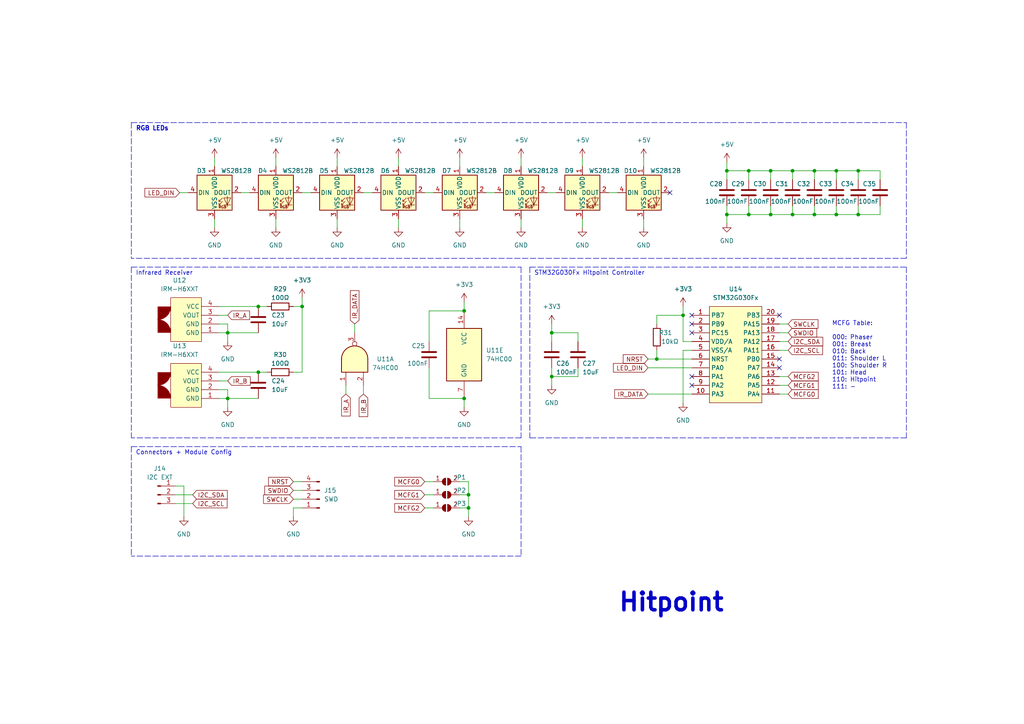
<source format=kicad_sch>
(kicad_sch (version 20211123) (generator eeschema)
  (paper "A4")
  (lib_symbols
    (symbol "74xx:74HC00" (pin_names (offset 1.016))
      (property "Reference" "U" (at 0 1.27 0))
      (property "Value" "74HC00" (at 0 -1.27 0))
      (symbol "74HC00_1_1"
        (arc (start 0 -3.81) (mid 3.81 0) (end 0 3.81) (stroke (width 0.254)) (fill (type background)))
        (polyline (pts (xy 0 3.81) (xy -3.81 3.81) (xy -3.81 -3.81) (xy 0 -3.81)) (stroke (width 0.254)) (fill (type background)))
        (pin input line (at -7.62 2.54 0) (length 3.81) (name "~") (number "1"))
        (pin input line (at -7.62 -2.54 0) (length 3.81) (name "~") (number "2"))
        (pin output inverted (at 7.62 0 180) (length 3.81) (name "~") (number "3"))
      )
      (symbol "74HC00_1_2"
        (arc (start -3.81 -3.81) (mid -2.589 0) (end -3.81 3.81) (stroke (width 0.254)))
        (arc (start -0.6096 -3.81) (mid 2.1842 -2.5851) (end 3.81 0) (stroke (width 0.254)) (fill (type background)))
        (polyline (pts (xy -3.81 -3.81) (xy -0.635 -3.81)) (stroke (width 0.254)) (fill (type background)))
        (polyline (pts (xy -3.81 3.81) (xy -0.635 3.81)) (stroke (width 0.254)) (fill (type background)))
        (polyline (pts (xy -0.635 3.81) (xy -3.81 3.81) (xy -3.81 3.81) (xy -3.556 3.4036) (xy -3.0226 2.2606) (xy -2.6924 1.0414) (xy -2.6162 -0.254) (xy -2.7686 -1.4986) (xy -3.175 -2.7178) (xy -3.81 -3.81) (xy -3.81 -3.81) (xy -0.635 -3.81)) (stroke (width -25.4)) (fill (type background)))
        (arc (start 3.81 0) (mid 2.1915 2.5936) (end -0.6096 3.81) (stroke (width 0.254)) (fill (type background)))
        (pin input inverted (at -7.62 2.54 0) (length 4.318) (name "~") (number "1"))
        (pin input inverted (at -7.62 -2.54 0) (length 4.318) (name "~") (number "2"))
        (pin output line (at 7.62 0 180) (length 3.81) (name "~") (number "3"))
      )
      (symbol "74HC00_2_1"
        (arc (start 0 -3.81) (mid 3.81 0) (end 0 3.81) (stroke (width 0.254)) (fill (type background)))
        (polyline (pts (xy 0 3.81) (xy -3.81 3.81) (xy -3.81 -3.81) (xy 0 -3.81)) (stroke (width 0.254)) (fill (type background)))
        (pin input line (at -7.62 2.54 0) (length 3.81) (name "~") (number "4"))
        (pin input line (at -7.62 -2.54 0) (length 3.81) (name "~") (number "5"))
        (pin output inverted (at 7.62 0 180) (length 3.81) (name "~") (number "6"))
      )
      (symbol "74HC00_2_2"
        (arc (start -3.81 -3.81) (mid -2.589 0) (end -3.81 3.81) (stroke (width 0.254)))
        (arc (start -0.6096 -3.81) (mid 2.1842 -2.5851) (end 3.81 0) (stroke (width 0.254)) (fill (type background)))
        (polyline (pts (xy -3.81 -3.81) (xy -0.635 -3.81)) (stroke (width 0.254)) (fill (type background)))
        (polyline (pts (xy -3.81 3.81) (xy -0.635 3.81)) (stroke (width 0.254)) (fill (type background)))
        (polyline (pts (xy -0.635 3.81) (xy -3.81 3.81) (xy -3.81 3.81) (xy -3.556 3.4036) (xy -3.0226 2.2606) (xy -2.6924 1.0414) (xy -2.6162 -0.254) (xy -2.7686 -1.4986) (xy -3.175 -2.7178) (xy -3.81 -3.81) (xy -3.81 -3.81) (xy -0.635 -3.81)) (stroke (width -25.4)) (fill (type background)))
        (arc (start 3.81 0) (mid 2.1915 2.5936) (end -0.6096 3.81) (stroke (width 0.254)) (fill (type background)))
        (pin input inverted (at -7.62 2.54 0) (length 4.318) (name "~") (number "4"))
        (pin input inverted (at -7.62 -2.54 0) (length 4.318) (name "~") (number "5"))
        (pin output line (at 7.62 0 180) (length 3.81) (name "~") (number "6"))
      )
      (symbol "74HC00_3_1"
        (arc (start 0 -3.81) (mid 3.81 0) (end 0 3.81) (stroke (width 0.254)) (fill (type background)))
        (polyline (pts (xy 0 3.81) (xy -3.81 3.81) (xy -3.81 -3.81) (xy 0 -3.81)) (stroke (width 0.254)) (fill (type background)))
        (pin input line (at -7.62 -2.54 0) (length 3.81) (name "~") (number "10"))
        (pin output inverted (at 7.62 0 180) (length 3.81) (name "~") (number "8"))
        (pin input line (at -7.62 2.54 0) (length 3.81) (name "~") (number "9"))
      )
      (symbol "74HC00_3_2"
        (arc (start -3.81 -3.81) (mid -2.589 0) (end -3.81 3.81) (stroke (width 0.254)))
        (arc (start -0.6096 -3.81) (mid 2.1842 -2.5851) (end 3.81 0) (stroke (width 0.254)) (fill (type background)))
        (polyline (pts (xy -3.81 -3.81) (xy -0.635 -3.81)) (stroke (width 0.254)) (fill (type background)))
        (polyline (pts (xy -3.81 3.81) (xy -0.635 3.81)) (stroke (width 0.254)) (fill (type background)))
        (polyline (pts (xy -0.635 3.81) (xy -3.81 3.81) (xy -3.81 3.81) (xy -3.556 3.4036) (xy -3.0226 2.2606) (xy -2.6924 1.0414) (xy -2.6162 -0.254) (xy -2.7686 -1.4986) (xy -3.175 -2.7178) (xy -3.81 -3.81) (xy -3.81 -3.81) (xy -0.635 -3.81)) (stroke (width -25.4)) (fill (type background)))
        (arc (start 3.81 0) (mid 2.1915 2.5936) (end -0.6096 3.81) (stroke (width 0.254)) (fill (type background)))
        (pin input inverted (at -7.62 -2.54 0) (length 4.318) (name "~") (number "10"))
        (pin output line (at 7.62 0 180) (length 3.81) (name "~") (number "8"))
        (pin input inverted (at -7.62 2.54 0) (length 4.318) (name "~") (number "9"))
      )
      (symbol "74HC00_4_1"
        (arc (start 0 -3.81) (mid 3.81 0) (end 0 3.81) (stroke (width 0.254)) (fill (type background)))
        (polyline (pts (xy 0 3.81) (xy -3.81 3.81) (xy -3.81 -3.81) (xy 0 -3.81)) (stroke (width 0.254)) (fill (type background)))
        (pin output inverted (at 7.62 0 180) (length 3.81) (name "~") (number "11"))
        (pin input line (at -7.62 2.54 0) (length 3.81) (name "~") (number "12"))
        (pin input line (at -7.62 -2.54 0) (length 3.81) (name "~") (number "13"))
      )
      (symbol "74HC00_4_2"
        (arc (start -3.81 -3.81) (mid -2.589 0) (end -3.81 3.81) (stroke (width 0.254)))
        (arc (start -0.6096 -3.81) (mid 2.1842 -2.5851) (end 3.81 0) (stroke (width 0.254)) (fill (type background)))
        (polyline (pts (xy -3.81 -3.81) (xy -0.635 -3.81)) (stroke (width 0.254)) (fill (type background)))
        (polyline (pts (xy -3.81 3.81) (xy -0.635 3.81)) (stroke (width 0.254)) (fill (type background)))
        (polyline (pts (xy -0.635 3.81) (xy -3.81 3.81) (xy -3.81 3.81) (xy -3.556 3.4036) (xy -3.0226 2.2606) (xy -2.6924 1.0414) (xy -2.6162 -0.254) (xy -2.7686 -1.4986) (xy -3.175 -2.7178) (xy -3.81 -3.81) (xy -3.81 -3.81) (xy -0.635 -3.81)) (stroke (width -25.4)) (fill (type background)))
        (arc (start 3.81 0) (mid 2.1915 2.5936) (end -0.6096 3.81) (stroke (width 0.254)) (fill (type background)))
        (pin output line (at 7.62 0 180) (length 3.81) (name "~") (number "11"))
        (pin input inverted (at -7.62 2.54 0) (length 4.318) (name "~") (number "12"))
        (pin input inverted (at -7.62 -2.54 0) (length 4.318) (name "~") (number "13"))
      )
      (symbol "74HC00_5_0"
        (pin power_in line (at 0 12.7 270) (length 5.08) (name "VCC") (number "14"))
        (pin power_in line (at 0 -12.7 90) (length 5.08) (name "GND") (number "7"))
      )
      (symbol "74HC00_5_1"
        (rectangle (start -5.08 7.62) (end 5.08 -7.62) (stroke (width 0.254)) (fill (type background)))
      )
    )
    (symbol "Connector:Conn_01x03_Male" (pin_names (offset 1.016) hide)
      (property "Reference" "J" (at 0 5.08 0))
      (property "Value" "Conn_01x03_Male" (at 0 -5.08 0))
      (symbol "Conn_01x03_Male_1_1"
        (polyline (pts (xy 1.27 -2.54) (xy 0.8636 -2.54)) (stroke (width 0.1524)))
        (polyline (pts (xy 1.27 0) (xy 0.8636 0)) (stroke (width 0.1524)))
        (polyline (pts (xy 1.27 2.54) (xy 0.8636 2.54)) (stroke (width 0.1524)))
        (rectangle (start 0.8636 -2.413) (end 0 -2.667) (stroke (width 0.1524)) (fill (type outline)))
        (rectangle (start 0.8636 0.127) (end 0 -0.127) (stroke (width 0.1524)) (fill (type outline)))
        (rectangle (start 0.8636 2.667) (end 0 2.413) (stroke (width 0.1524)) (fill (type outline)))
        (pin passive line (at 5.08 2.54 180) (length 3.81) (name "Pin_1") (number "1"))
        (pin passive line (at 5.08 0 180) (length 3.81) (name "Pin_2") (number "2"))
        (pin passive line (at 5.08 -2.54 180) (length 3.81) (name "Pin_3") (number "3"))
      )
    )
    (symbol "Connector:Conn_01x04_Male" (pin_names (offset 1.016) hide)
      (property "Reference" "J" (at 0 5.08 0))
      (property "Value" "Conn_01x04_Male" (at 0 -7.62 0))
      (symbol "Conn_01x04_Male_1_1"
        (polyline (pts (xy 1.27 -5.08) (xy 0.8636 -5.08)) (stroke (width 0.1524)))
        (polyline (pts (xy 1.27 -2.54) (xy 0.8636 -2.54)) (stroke (width 0.1524)))
        (polyline (pts (xy 1.27 0) (xy 0.8636 0)) (stroke (width 0.1524)))
        (polyline (pts (xy 1.27 2.54) (xy 0.8636 2.54)) (stroke (width 0.1524)))
        (rectangle (start 0.8636 -4.953) (end 0 -5.207) (stroke (width 0.1524)) (fill (type outline)))
        (rectangle (start 0.8636 -2.413) (end 0 -2.667) (stroke (width 0.1524)) (fill (type outline)))
        (rectangle (start 0.8636 0.127) (end 0 -0.127) (stroke (width 0.1524)) (fill (type outline)))
        (rectangle (start 0.8636 2.667) (end 0 2.413) (stroke (width 0.1524)) (fill (type outline)))
        (pin passive line (at 5.08 2.54 180) (length 3.81) (name "Pin_1") (number "1"))
        (pin passive line (at 5.08 0 180) (length 3.81) (name "Pin_2") (number "2"))
        (pin passive line (at 5.08 -2.54 180) (length 3.81) (name "Pin_3") (number "3"))
        (pin passive line (at 5.08 -5.08 180) (length 3.81) (name "Pin_4") (number "4"))
      )
    )
    (symbol "Device:C" (pin_numbers hide) (pin_names (offset 0.254))
      (property "Reference" "C" (at 0.635 2.54 0))
      (property "Value" "C" (at 0.635 -2.54 0))
      (symbol "C_0_1"
        (polyline (pts (xy -2.032 -0.762) (xy 2.032 -0.762)) (stroke (width 0.508)))
        (polyline (pts (xy -2.032 0.762) (xy 2.032 0.762)) (stroke (width 0.508)))
      )
      (symbol "C_1_1"
        (pin passive line (at 0 3.81 270) (length 2.794) (name "~") (number "1"))
        (pin passive line (at 0 -3.81 90) (length 2.794) (name "~") (number "2"))
      )
    )
    (symbol "Device:R" (pin_numbers hide) (pin_names (offset 0))
      (property "Reference" "R" (at 2.032 0 90))
      (property "Value" "R" (at 0 0 90))
      (symbol "R_0_1"
        (rectangle (start -1.016 -2.54) (end 1.016 2.54) (stroke (width 0.254)))
      )
      (symbol "R_1_1"
        (pin passive line (at 0 3.81 270) (length 1.27) (name "~") (number "1"))
        (pin passive line (at 0 -3.81 90) (length 1.27) (name "~") (number "2"))
      )
    )
    (symbol "Jumper:SolderJumper_2_Open" (pin_names (offset 0) hide)
      (property "Reference" "JP" (at 0 2.032 0))
      (property "Value" "SolderJumper_2_Open" (at 0 -2.54 0))
      (symbol "SolderJumper_2_Open_0_1"
        (arc (start -0.254 1.016) (mid -1.27 0) (end -0.254 -1.016))
        (arc (start -0.254 1.016) (mid -1.27 0) (end -0.254 -1.016) (fill (type outline)))
        (polyline (pts (xy -0.254 1.016) (xy -0.254 -1.016)))
        (polyline (pts (xy 0.254 1.016) (xy 0.254 -1.016)))
        (arc (start 0.254 -1.016) (mid 1.27 0) (end 0.254 1.016))
        (arc (start 0.254 -1.016) (mid 1.27 0) (end 0.254 1.016) (fill (type outline)))
      )
      (symbol "SolderJumper_2_Open_1_1"
        (pin passive line (at -3.81 0 0) (length 2.54) (name "A") (number "1"))
        (pin passive line (at 3.81 0 180) (length 2.54) (name "B") (number "2"))
      )
    )
    (symbol "LED:WS2812B" (pin_names (offset 0.254))
      (property "Reference" "D" (at 5.08 5.715 0))
      (property "Value" "WS2812B" (at 1.27 -5.715 0))
      (symbol "WS2812B_0_0"
        (text "RGB" (at 2.286 -4.191 0) (effects (font (size 0.762 0.762))))
      )
      (symbol "WS2812B_0_1"
        (polyline (pts (xy 1.27 -3.556) (xy 1.778 -3.556)))
        (polyline (pts (xy 1.27 -2.54) (xy 1.778 -2.54)))
        (polyline (pts (xy 4.699 -3.556) (xy 2.667 -3.556)))
        (polyline (pts (xy 2.286 -2.54) (xy 1.27 -3.556) (xy 1.27 -3.048)))
        (polyline (pts (xy 2.286 -1.524) (xy 1.27 -2.54) (xy 1.27 -2.032)))
        (polyline (pts (xy 3.683 -1.016) (xy 3.683 -3.556) (xy 3.683 -4.064)))
        (polyline (pts (xy 4.699 -1.524) (xy 2.667 -1.524) (xy 3.683 -3.556) (xy 4.699 -1.524)))
        (rectangle (start 5.08 5.08) (end -5.08 -5.08) (stroke (width 0.254)) (fill (type background)))
      )
      (symbol "WS2812B_1_1"
        (pin power_in line (at 0 7.62 270) (length 2.54) (name "VDD") (number "1"))
        (pin output line (at 7.62 0 180) (length 2.54) (name "DOUT") (number "2"))
        (pin power_in line (at 0 -7.62 90) (length 2.54) (name "VSS") (number "3"))
        (pin input line (at -7.62 0 0) (length 2.54) (name "DIN") (number "4"))
      )
    )
    (symbol "olib:IRM-H6XXT"
      (property "Reference" "U" (at -7.62 12.7 0))
      (property "Value" "IRM-H6XXT" (at 1.27 12.7 0))
      (symbol "IRM-H6XXT_0_0"
        (pin power_in line (at -5.08 5.08 0) (length 5.08) (name "GND") (number "1"))
        (pin power_in line (at -5.08 2.54 0) (length 5.08) (name "GND") (number "2"))
        (pin output line (at -5.08 0 0) (length 5.08) (name "VOUT") (number "3"))
        (pin power_in line (at -5.08 -2.54 0) (length 5.08) (name "VCC") (number "4"))
      )
      (symbol "IRM-H6XXT_0_1"
        (rectangle (start 0 7.62) (end 8.89 -5.08) (fill (type background)))
        (arc (start 8.89 5.08) (mid 6.1959 -1.4241) (end 12.7 1.27) (fill (type outline)))
        (arc (start 12.7 1.27) (mid 6.1959 3.9641) (end 8.89 -2.54) (fill (type outline)))
      )
    )
    (symbol "olib:STM32G030Fx"
      (property "Reference" "U" (at 0 19.05 0))
      (property "Value" "STM32G030Fx" (at 0 16.51 0))
      (symbol "STM32G030Fx_0_0"
        (pin bidirectional line (at -12.7 11.43 0) (length 5.08) (name "PB7") (number "1"))
        (pin bidirectional line (at -12.7 -11.43 0) (length 5.08) (name "PA3") (number "10"))
        (pin bidirectional line (at 12.7 -11.43 180) (length 5.08) (name "PA4") (number "11"))
        (pin bidirectional line (at 12.7 -8.89 180) (length 5.08) (name "PA5") (number "12"))
        (pin bidirectional line (at 12.7 -6.35 180) (length 5.08) (name "PA6") (number "13"))
        (pin bidirectional line (at 12.7 -3.81 180) (length 5.08) (name "PA7") (number "14"))
        (pin bidirectional line (at 12.7 -1.27 180) (length 5.08) (name "PB0") (number "15"))
        (pin bidirectional line (at 12.7 1.27 180) (length 5.08) (name "PA11") (number "16"))
        (pin bidirectional line (at 12.7 3.81 180) (length 5.08) (name "PA12") (number "17"))
        (pin bidirectional line (at 12.7 6.35 180) (length 5.08) (name "PA13") (number "18"))
        (pin bidirectional line (at 12.7 8.89 180) (length 5.08) (name "PA15") (number "19"))
        (pin bidirectional line (at -12.7 8.89 0) (length 5.08) (name "PB9") (number "2"))
        (pin bidirectional line (at 12.7 11.43 180) (length 5.08) (name "PB3") (number "20"))
        (pin bidirectional line (at -12.7 6.35 0) (length 5.08) (name "PC15") (number "3"))
        (pin power_in line (at -12.7 3.81 0) (length 5.08) (name "VDD/A") (number "4"))
        (pin power_in line (at -12.7 1.27 0) (length 5.08) (name "VSS/A") (number "5"))
        (pin input line (at -12.7 -1.27 0) (length 5.08) (name "NRST") (number "6"))
        (pin bidirectional line (at -12.7 -3.81 0) (length 5.08) (name "PA0") (number "7"))
        (pin bidirectional line (at -12.7 -6.35 0) (length 5.08) (name "PA1") (number "8"))
        (pin bidirectional line (at -12.7 -8.89 0) (length 5.08) (name "PA2") (number "9"))
      )
      (symbol "STM32G030Fx_0_1"
        (rectangle (start -7.62 13.97) (end 7.62 -13.97) (fill (type background)))
      )
    )
    (symbol "power:+3V3" (power) (pin_names (offset 0))
      (property "Value" "+3V3" (at 0 3.556 0))
      (symbol "+3V3_0_1"
        (polyline (pts (xy -0.762 1.27) (xy 0 2.54)))
        (polyline (pts (xy 0 0) (xy 0 2.54)))
        (polyline (pts (xy 0 2.54) (xy 0.762 1.27)))
      )
      (symbol "+3V3_1_1"
        (pin power_in line (at 0 0 90) (length 0) hide (name "+3V3") (number "1"))
      )
    )
    (symbol "power:+5V" (power) (pin_names (offset 0))
      (property "Value" "+5V" (at 0 3.556 0))
      (symbol "+5V_0_1"
        (polyline (pts (xy -0.762 1.27) (xy 0 2.54)))
        (polyline (pts (xy 0 0) (xy 0 2.54)))
        (polyline (pts (xy 0 2.54) (xy 0.762 1.27)))
      )
      (symbol "+5V_1_1"
        (pin power_in line (at 0 0 90) (length 0) hide (name "+5V") (number "1"))
      )
    )
    (symbol "power:GND" (power) (pin_names (offset 0))
      (property "Value" "GND" (at 0 -3.81 0))
      (symbol "GND_0_1"
        (polyline (pts (xy 0 0) (xy 0 -1.27) (xy 1.27 -1.27) (xy 0 -2.54) (xy -1.27 -1.27) (xy 0 -1.27)))
      )
      (symbol "GND_1_1"
        (pin power_in line (at 0 0 270) (length 0) hide (name "GND") (number "1"))
      )
    )
  )
  (junction (at 160.02 96.52))
  (junction (at 66.04 96.52))
  (junction (at 210.82 49.53))
  (junction (at 134.62 115.57))
  (junction (at 66.04 115.57))
  (junction (at 217.17 62.23))
  (junction (at 160.02 109.22))
  (junction (at 242.57 49.53))
  (junction (at 210.82 62.23))
  (junction (at 134.62 90.17))
  (junction (at 198.12 91.44))
  (junction (at 236.22 62.23))
  (junction (at 223.52 62.23))
  (junction (at 229.87 62.23))
  (junction (at 248.92 62.23))
  (junction (at 217.17 49.53))
  (junction (at 135.89 147.32))
  (junction (at 87.63 88.9))
  (junction (at 74.93 107.95))
  (junction (at 242.57 62.23))
  (junction (at 190.5 104.14))
  (junction (at 74.93 88.9))
  (junction (at 236.22 49.53))
  (junction (at 229.87 49.53))
  (junction (at 248.92 49.53))
  (junction (at 135.89 143.51))
  (junction (at 223.52 49.53))
  (no_connect (at 53.34 -7.62))
  (no_connect (at 2.54 -5.08))
  (no_connect (at 200.66 96.52))
  (no_connect (at 38.1 -5.08))
  (no_connect (at 2.54 -10.16))
  (no_connect (at 17.78 -7.62))
  (no_connect (at 20.32 -5.08))
  (no_connect (at 194.31 55.88))
  (no_connect (at 226.06 91.44))
  (no_connect (at 226.06 106.68))
  (no_connect (at 35.56 -7.62))
  (no_connect (at 200.66 111.76))
  (no_connect (at 200.66 91.44))
  (no_connect (at 200.66 93.98))
  (no_connect (at 200.66 109.22))
  (no_connect (at 226.06 104.14))
  (no_connect (at 38.1 -10.16))
  (no_connect (at 20.32 -10.16))
  (wire (pts (xy 133.35 45.72) (xy 133.35 48.26)))
  (polyline (pts (xy 262.89 74.93) (xy 38.1 74.93)))
  (wire (pts (xy 160.02 96.52) (xy 167.64 96.52)))
  (wire (pts (xy 187.96 104.14) (xy 190.5 104.14)))
  (wire (pts (xy 50.8 143.51) (xy 55.88 143.51)))
  (wire (pts (xy 248.92 59.69) (xy 248.92 62.23)))
  (polyline (pts (xy 262.89 35.56) (xy 262.89 74.93)))
  (wire (pts (xy 151.13 63.5) (xy 151.13 66.04)))
  (wire (pts (xy 123.19 143.51) (xy 125.73 143.51)))
  (wire (pts (xy 210.82 62.23) (xy 210.82 64.77)))
  (wire (pts (xy 52.07 55.88) (xy 54.61 55.88)))
  (wire (pts (xy 63.5 115.57) (xy 66.04 115.57)))
  (wire (pts (xy 87.63 88.9) (xy 87.63 107.95)))
  (wire (pts (xy 66.04 96.52) (xy 66.04 99.06)))
  (wire (pts (xy 124.46 90.17) (xy 134.62 90.17)))
  (wire (pts (xy 210.82 52.07) (xy 210.82 49.53)))
  (wire (pts (xy 176.53 55.88) (xy 179.07 55.88)))
  (polyline (pts (xy 38.1 77.47) (xy 38.1 127)))
  (wire (pts (xy 87.63 55.88) (xy 90.17 55.88)))
  (wire (pts (xy 198.12 101.6) (xy 200.66 101.6)))
  (wire (pts (xy 66.04 115.57) (xy 74.93 115.57)))
  (wire (pts (xy 69.85 55.88) (xy 72.39 55.88)))
  (wire (pts (xy 134.62 87.63) (xy 134.62 90.17)))
  (wire (pts (xy 223.52 49.53) (xy 223.52 52.07)))
  (wire (pts (xy 85.09 147.32) (xy 87.63 147.32)))
  (wire (pts (xy 85.09 149.86) (xy 85.09 147.32)))
  (wire (pts (xy 186.69 45.72) (xy 186.69 48.26)))
  (wire (pts (xy 62.23 63.5) (xy 62.23 66.04)))
  (wire (pts (xy 242.57 59.69) (xy 242.57 62.23)))
  (wire (pts (xy 66.04 113.03) (xy 66.04 115.57)))
  (wire (pts (xy 133.35 63.5) (xy 133.35 66.04)))
  (wire (pts (xy 167.64 96.52) (xy 167.64 99.06)))
  (wire (pts (xy 63.5 107.95) (xy 74.93 107.95)))
  (wire (pts (xy 115.57 63.5) (xy 115.57 66.04)))
  (wire (pts (xy 200.66 104.14) (xy 190.5 104.14)))
  (wire (pts (xy 217.17 62.23) (xy 223.52 62.23)))
  (wire (pts (xy 226.06 109.22) (xy 228.6 109.22)))
  (wire (pts (xy 123.19 55.88) (xy 125.73 55.88)))
  (wire (pts (xy 226.06 96.52) (xy 228.6 96.52)))
  (wire (pts (xy 63.5 96.52) (xy 66.04 96.52)))
  (wire (pts (xy 242.57 62.23) (xy 248.92 62.23)))
  (wire (pts (xy 255.27 62.23) (xy 255.27 59.69)))
  (wire (pts (xy 66.04 115.57) (xy 66.04 118.11)))
  (wire (pts (xy 210.82 62.23) (xy 217.17 62.23)))
  (wire (pts (xy 210.82 59.69) (xy 210.82 62.23)))
  (wire (pts (xy 198.12 116.84) (xy 198.12 101.6)))
  (wire (pts (xy 133.35 143.51) (xy 135.89 143.51)))
  (wire (pts (xy 124.46 99.06) (xy 124.46 90.17)))
  (wire (pts (xy 53.34 140.97) (xy 50.8 140.97)))
  (wire (pts (xy 160.02 109.22) (xy 167.64 109.22)))
  (wire (pts (xy 85.09 139.7) (xy 87.63 139.7)))
  (polyline (pts (xy 151.13 129.54) (xy 151.13 161.29)))
  (wire (pts (xy 187.96 114.3) (xy 200.66 114.3)))
  (polyline (pts (xy 151.13 77.47) (xy 151.13 127)))
  (wire (pts (xy 229.87 59.69) (xy 229.87 62.23)))
  (wire (pts (xy 63.5 93.98) (xy 66.04 93.98)))
  (wire (pts (xy 50.8 146.05) (xy 55.88 146.05)))
  (wire (pts (xy 160.02 109.22) (xy 160.02 111.76)))
  (wire (pts (xy 135.89 143.51) (xy 135.89 147.32)))
  (polyline (pts (xy 151.13 161.29) (xy 38.1 161.29)))
  (wire (pts (xy 236.22 49.53) (xy 242.57 49.53)))
  (polyline (pts (xy 153.67 77.47) (xy 262.89 77.47)))
  (wire (pts (xy 226.06 111.76) (xy 228.6 111.76)))
  (wire (pts (xy 242.57 49.53) (xy 248.92 49.53)))
  (wire (pts (xy 229.87 49.53) (xy 236.22 49.53)))
  (wire (pts (xy 223.52 59.69) (xy 223.52 62.23)))
  (wire (pts (xy 124.46 106.68) (xy 124.46 115.57)))
  (wire (pts (xy 255.27 49.53) (xy 255.27 52.07)))
  (polyline (pts (xy 153.67 77.47) (xy 153.67 127)))
  (wire (pts (xy 102.87 96.52) (xy 102.87 93.98)))
  (polyline (pts (xy 151.13 127) (xy 38.1 127)))
  (wire (pts (xy 167.64 109.22) (xy 167.64 106.68)))
  (wire (pts (xy 242.57 49.53) (xy 242.57 52.07)))
  (wire (pts (xy 105.41 114.3) (xy 105.41 111.76)))
  (polyline (pts (xy 38.1 77.47) (xy 151.13 77.47)))
  (wire (pts (xy 74.93 107.95) (xy 77.47 107.95)))
  (wire (pts (xy 123.19 139.7) (xy 125.73 139.7)))
  (wire (pts (xy 236.22 62.23) (xy 242.57 62.23)))
  (polyline (pts (xy 262.89 77.47) (xy 262.89 127)))
  (wire (pts (xy 190.5 91.44) (xy 198.12 91.44)))
  (wire (pts (xy 100.33 114.3) (xy 100.33 111.76)))
  (wire (pts (xy 85.09 88.9) (xy 87.63 88.9)))
  (wire (pts (xy 160.02 93.98) (xy 160.02 96.52)))
  (wire (pts (xy 226.06 114.3) (xy 228.6 114.3)))
  (wire (pts (xy 226.06 101.6) (xy 228.6 101.6)))
  (wire (pts (xy 168.91 45.72) (xy 168.91 48.26)))
  (wire (pts (xy 133.35 139.7) (xy 135.89 139.7)))
  (wire (pts (xy 158.75 55.88) (xy 161.29 55.88)))
  (wire (pts (xy 135.89 147.32) (xy 135.89 149.86)))
  (wire (pts (xy 115.57 45.72) (xy 115.57 48.26)))
  (polyline (pts (xy 38.1 35.56) (xy 38.1 74.93)))
  (wire (pts (xy 223.52 62.23) (xy 229.87 62.23)))
  (wire (pts (xy 210.82 49.53) (xy 217.17 49.53)))
  (wire (pts (xy 190.5 93.98) (xy 190.5 91.44)))
  (wire (pts (xy 160.02 106.68) (xy 160.02 109.22)))
  (polyline (pts (xy 38.1 129.54) (xy 151.13 129.54)))
  (wire (pts (xy 217.17 59.69) (xy 217.17 62.23)))
  (wire (pts (xy 168.91 63.5) (xy 168.91 66.04)))
  (wire (pts (xy 135.89 147.32) (xy 133.35 147.32)))
  (wire (pts (xy 63.5 113.03) (xy 66.04 113.03)))
  (wire (pts (xy 186.69 63.5) (xy 186.69 66.04)))
  (wire (pts (xy 66.04 96.52) (xy 74.93 96.52)))
  (wire (pts (xy 217.17 49.53) (xy 217.17 52.07)))
  (wire (pts (xy 53.34 149.86) (xy 53.34 140.97)))
  (wire (pts (xy 140.97 55.88) (xy 143.51 55.88)))
  (wire (pts (xy 217.17 49.53) (xy 223.52 49.53)))
  (wire (pts (xy 190.5 104.14) (xy 190.5 101.6)))
  (wire (pts (xy 248.92 49.53) (xy 255.27 49.53)))
  (wire (pts (xy 63.5 91.44) (xy 66.04 91.44)))
  (wire (pts (xy 198.12 88.9) (xy 198.12 91.44)))
  (polyline (pts (xy 38.1 35.56) (xy 262.89 35.56)))
  (polyline (pts (xy 38.1 129.54) (xy 38.1 161.29)))
  (wire (pts (xy 85.09 107.95) (xy 87.63 107.95)))
  (wire (pts (xy 210.82 46.99) (xy 210.82 49.53)))
  (wire (pts (xy 151.13 45.72) (xy 151.13 48.26)))
  (wire (pts (xy 87.63 86.36) (xy 87.63 88.9)))
  (wire (pts (xy 74.93 88.9) (xy 77.47 88.9)))
  (wire (pts (xy 134.62 115.57) (xy 134.62 118.11)))
  (wire (pts (xy 223.52 49.53) (xy 229.87 49.53)))
  (wire (pts (xy 66.04 93.98) (xy 66.04 96.52)))
  (wire (pts (xy 85.09 142.24) (xy 87.63 142.24)))
  (wire (pts (xy 63.5 110.49) (xy 66.04 110.49)))
  (wire (pts (xy 226.06 93.98) (xy 228.6 93.98)))
  (wire (pts (xy 226.06 99.06) (xy 228.6 99.06)))
  (wire (pts (xy 80.01 63.5) (xy 80.01 66.04)))
  (wire (pts (xy 248.92 49.53) (xy 248.92 52.07)))
  (wire (pts (xy 198.12 99.06) (xy 200.66 99.06)))
  (wire (pts (xy 187.96 106.68) (xy 200.66 106.68)))
  (wire (pts (xy 62.23 45.72) (xy 62.23 48.26)))
  (wire (pts (xy 248.92 62.23) (xy 255.27 62.23)))
  (wire (pts (xy 123.19 147.32) (xy 125.73 147.32)))
  (wire (pts (xy 229.87 49.53) (xy 229.87 52.07)))
  (wire (pts (xy 97.79 63.5) (xy 97.79 66.04)))
  (wire (pts (xy 160.02 96.52) (xy 160.02 99.06)))
  (wire (pts (xy 97.79 45.72) (xy 97.79 48.26)))
  (wire (pts (xy 229.87 62.23) (xy 236.22 62.23)))
  (wire (pts (xy 135.89 139.7) (xy 135.89 143.51)))
  (wire (pts (xy 236.22 49.53) (xy 236.22 52.07)))
  (wire (pts (xy 85.09 144.78) (xy 87.63 144.78)))
  (wire (pts (xy 198.12 91.44) (xy 198.12 99.06)))
  (wire (pts (xy 105.41 55.88) (xy 107.95 55.88)))
  (polyline (pts (xy 262.89 127) (xy 153.67 127)))
  (wire (pts (xy 124.46 115.57) (xy 134.62 115.57)))
  (wire (pts (xy 236.22 59.69) (xy 236.22 62.23)))
  (wire (pts (xy 63.5 88.9) (xy 74.93 88.9)))
  (wire (pts (xy 80.01 45.72) (xy 80.01 48.26)))
  (text "Hitpoint	" (at 179.07 177.8 0) (effects (font (size 5.12 5.12) (thickness 1.024) bold) (justify left bottom)))
  (text "RGB LEDs" (at 39.37 38.1 0) (effects (font (size 1.27 1.27) bold) (justify left bottom)))
  (text "Infrared Receiver" (at 39.37 80.01 0) (effects (font (size 1.27 1.27)) (justify left bottom)))
  (text "MCFG Table:\n\n000: Phaser\n001: Breast\n010: Back\n011: Shoulder L\n100: Shoulder R\n101: Head\n110: Hitpoint\n111: -" (at 241.3 113.03 0) (effects (font (size 1.27 1.27)) (justify left bottom)))
  (text "STM32G030Fx Hitpoint Controller" (at 154.94 80.01 0) (effects (font (size 1.27 1.27)) (justify left bottom)))
  (text "Connectors + Module Config" (at 39.37 132.08 0) (effects (font (size 1.27 1.27)) (justify left bottom)))
  (global_label "NRST" (shape input) (at 85.09 139.7 180) (property "Intersheet References" "${INTERSHEET_REFS}" (effects hide)))
  (global_label "I2C_SCL" (shape input) (at 228.6 101.6 0) (property "Intersheet References" "${INTERSHEET_REFS}" (effects hide)))
  (global_label "MCFG2" (shape input) (at 123.19 147.32 180) (property "Intersheet References" "${INTERSHEET_REFS}" (effects hide)))
  (global_label "I2C_SDA" (shape input) (at 55.88 143.51 0) (property "Intersheet References" "${INTERSHEET_REFS}" (effects hide)))
  (global_label "MCFG1" (shape input) (at 123.19 143.51 180) (property "Intersheet References" "${INTERSHEET_REFS}" (effects hide)))
  (global_label "IR_B" (shape input) (at 66.04 110.49 0) (property "Intersheet References" "${INTERSHEET_REFS}" (effects hide)))
  (global_label "LED_DIN" (shape input) (at 52.07 55.88 180) (property "Intersheet References" "${INTERSHEET_REFS}" (effects hide)))
  (global_label "MCFG2" (shape input) (at 228.6 109.22 0) (property "Intersheet References" "${INTERSHEET_REFS}" (effects hide)))
  (global_label "MCFG1" (shape input) (at 228.6 111.76 0) (property "Intersheet References" "${INTERSHEET_REFS}" (effects hide)))
  (global_label "MCFG0" (shape input) (at 228.6 114.3 0) (property "Intersheet References" "${INTERSHEET_REFS}" (effects hide)))
  (global_label "SWCLK" (shape input) (at 85.09 144.78 180) (property "Intersheet References" "${INTERSHEET_REFS}" (effects hide)))
  (global_label "IR_DATA" (shape input) (at 187.96 114.3 180) (property "Intersheet References" "${INTERSHEET_REFS}" (effects hide)))
  (global_label "IR_A" (shape input) (at 66.04 91.44 0) (property "Intersheet References" "${INTERSHEET_REFS}" (effects hide)))
  (global_label "NRST" (shape input) (at 187.96 104.14 180) (property "Intersheet References" "${INTERSHEET_REFS}" (effects hide)))
  (global_label "IR_B" (shape input) (at 105.41 114.3 270) (property "Intersheet References" "${INTERSHEET_REFS}" (effects hide)))
  (global_label "I2C_SDA" (shape input) (at 228.6 99.06 0) (property "Intersheet References" "${INTERSHEET_REFS}" (effects hide)))
  (global_label "SWCLK" (shape input) (at 228.6 93.98 0) (property "Intersheet References" "${INTERSHEET_REFS}" (effects hide)))
  (global_label "LED_DIN" (shape input) (at 187.96 106.68 180) (property "Intersheet References" "${INTERSHEET_REFS}" (effects hide)))
  (global_label "IR_A" (shape input) (at 100.33 114.3 270) (property "Intersheet References" "${INTERSHEET_REFS}" (effects hide)))
  (global_label "I2C_SCL" (shape input) (at 55.88 146.05 0) (property "Intersheet References" "${INTERSHEET_REFS}" (effects hide)))
  (global_label "MCFG0" (shape input) (at 123.19 139.7 180) (property "Intersheet References" "${INTERSHEET_REFS}" (effects hide)))
  (global_label "SWDIO" (shape input) (at 85.09 142.24 180) (property "Intersheet References" "${INTERSHEET_REFS}" (effects hide)))
  (global_label "SWDIO" (shape input) (at 228.6 96.52 0) (property "Intersheet References" "${INTERSHEET_REFS}" (effects hide)))
  (global_label "IR_DATA" (shape input) (at 102.87 93.98 90) (property "Intersheet References" "${INTERSHEET_REFS}" (effects hide)))
  (symbol (lib_id "power:GND") (at 53.34 149.86 0) (unit 1)
    (property "Reference" "#PWR042" (effects hide))
    (property "Value" "GND" (at 53.34 154.94 0))
  )
  (symbol (lib_id "Device:C") (at 74.93 92.71 180) (unit 1)
    (property "Reference" "C23" (at 78.74 91.4399 0) (effects (justify right)))
    (property "Value" "10uF" (at 78.74 93.9799 0) (effects (justify right)))
    (property "Footprint" "Capacitor_SMD:C_0805_2012Metric" (effects hide))
  )
  (symbol (lib_id "LED:WS2812B") (at 80.01 55.88 0) (unit 1)
    (property "Reference" "D4" (at 76.2 49.53 0))
    (property "Value" "WS2812B" (at 86.36 49.53 0))
    (property "Footprint" "LED_SMD:LED_WS2812B_PLCC4_5.0x5.0mm_P3.2mm" (effects hide))
    (property "Datasheet" "https://cdn-shop.adafruit.com/datasheets/WS2812B.pdf" (effects hide))
  )
  (symbol (lib_id "Device:C") (at 236.22 55.88 0) (unit 1)
    (property "Reference" "C32" (at 231.14 53.34 0) (effects (justify left)))
    (property "Value" "100nF" (at 229.87 58.42 0) (effects (justify left)))
    (property "Footprint" "Capacitor_SMD:C_0603_1608Metric" (effects hide))
  )
  (symbol (lib_id "power:GND") (at 168.91 66.04 0) (unit 1)
    (property "Reference" "#PWR065" (effects hide))
    (property "Value" "GND" (at 168.91 71.12 0))
  )
  (symbol (lib_id "olib:STM32G030Fx") (at 213.36 102.87 0) (unit 1)
    (property "Reference" "U14" (at 213.36 83.82 0))
    (property "Value" "STM32G030Fx" (at 213.36 86.36 0))
    (property "Footprint" "Package_SO:TSSOP-20_4.4x6.5mm_P0.65mm" (effects hide))
  )
  (symbol (lib_id "Jumper:SolderJumper_2_Open") (at 129.54 147.32 0) (unit 1)
    (property "Reference" "JP3" (at 133.35 146.05 0))
    (property "Value" "SolderJumper_2_Open" (effects hide))
    (property "Footprint" "Jumper:SolderJumper-2_P1.3mm_Open_TrianglePad1.0x1.5mm" (effects hide))
  )
  (symbol (lib_id "power:GND") (at 210.82 64.77 0) (unit 1)
    (property "Reference" "#PWR071" (effects hide))
    (property "Value" "GND" (at 210.82 69.85 0))
  )
  (symbol (lib_id "Device:C") (at 217.17 55.88 0) (unit 1)
    (property "Reference" "C29" (at 212.09 53.34 0) (effects (justify left)))
    (property "Value" "100nF" (at 210.82 58.42 0) (effects (justify left)))
    (property "Footprint" "Capacitor_SMD:C_0603_1608Metric" (effects hide))
  )
  (symbol (lib_id "74xx:74HC00") (at 134.62 102.87 0) (unit 5)
    (property "Reference" "U11" (at 140.97 101.5999 0) (effects (justify left)))
    (property "Value" "74HC00" (at 140.97 104.1399 0) (effects (justify left)))
    (property "Footprint" "Package_SO:SO-14_3.9x8.65mm_P1.27mm" (effects hide))
    (property "Datasheet" "http://www.ti.com/lit/gpn/sn74hc00" (effects hide))
  )
  (symbol (lib_id "Jumper:SolderJumper_2_Open") (at 129.54 143.51 0) (unit 1)
    (property "Reference" "JP2" (at 133.35 142.24 0))
    (property "Value" "SolderJumper_2_Open" (effects hide))
    (property "Footprint" "Jumper:SolderJumper-2_P1.3mm_Open_TrianglePad1.0x1.5mm" (effects hide))
  )
  (symbol (lib_id "74xx:74HC00") (at 27.94 -7.62 0) (unit 4)
    (property "Reference" "U11" (at 27.94 -16.51 0))
    (property "Value" "74HC00" (at 27.94 -13.97 0))
    (property "Footprint" "Package_SO:SO-14_3.9x8.65mm_P1.27mm" (effects hide))
    (property "Datasheet" "http://www.ti.com/lit/gpn/sn74hc00" (effects hide))
  )
  (symbol (lib_id "power:GND") (at 97.79 66.04 0) (unit 1)
    (property "Reference" "#PWR052" (effects hide))
    (property "Value" "GND" (at 97.79 71.12 0))
  )
  (symbol (lib_id "power:+3V3") (at 134.62 87.63 0) (unit 1)
    (property "Reference" "#PWR057" (effects hide))
    (property "Value" "+3V3" (at 134.62 82.55 0))
  )
  (symbol (lib_id "74xx:74HC00") (at 10.16 -7.62 0) (unit 2)
    (property "Reference" "U11" (at 10.16 -16.51 0))
    (property "Value" "74HC00" (at 10.16 -13.97 0))
    (property "Footprint" "Package_SO:SO-14_3.9x8.65mm_P1.27mm" (effects hide))
    (property "Datasheet" "http://www.ti.com/lit/gpn/sn74hc00" (effects hide))
  )
  (symbol (lib_id "power:+5V") (at 80.01 45.72 0) (unit 1)
    (property "Reference" "#PWR047" (effects hide))
    (property "Value" "+5V" (at 80.01 40.64 0))
  )
  (symbol (lib_id "power:+5V") (at 115.57 45.72 0) (unit 1)
    (property "Reference" "#PWR053" (effects hide))
    (property "Value" "+5V" (at 115.57 40.64 0))
  )
  (symbol (lib_id "power:GND") (at 160.02 111.76 0) (unit 1)
    (property "Reference" "#PWR063" (effects hide))
    (property "Value" "GND" (at 160.02 116.84 0))
  )
  (symbol (lib_id "power:+5V") (at 151.13 45.72 0) (unit 1)
    (property "Reference" "#PWR060" (effects hide))
    (property "Value" "+5V" (at 151.13 40.64 0))
  )
  (symbol (lib_id "Connector:Conn_01x04_Male") (at 92.71 144.78 180) (unit 1)
    (property "Reference" "J15" (at 93.98 142.2399 0) (effects (justify right)))
    (property "Value" "SWD" (at 93.98 144.7799 0) (effects (justify right)))
    (property "Footprint" "Connector_PinSocket_2.54mm:PinSocket_1x04_P2.54mm_Vertical" (effects hide))
  )
  (symbol (lib_id "Device:C") (at 160.02 102.87 0) (unit 1)
    (property "Reference" "C26" (at 161.29 105.41 0) (effects (justify left)))
    (property "Value" "100nF" (at 161.29 107.95 0) (effects (justify left)))
    (property "Footprint" "Capacitor_SMD:C_0603_1608Metric" (effects hide))
  )
  (symbol (lib_id "power:+5V") (at 168.91 45.72 0) (unit 1)
    (property "Reference" "#PWR064" (effects hide))
    (property "Value" "+5V" (at 168.91 40.64 0))
  )
  (symbol (lib_id "power:GND") (at 62.23 66.04 0) (unit 1)
    (property "Reference" "#PWR044" (effects hide))
    (property "Value" "GND" (at 62.23 71.12 0))
  )
  (symbol (lib_id "Device:C") (at 167.64 102.87 0) (unit 1)
    (property "Reference" "C27" (at 168.91 105.41 0) (effects (justify left)))
    (property "Value" "10uF" (at 168.91 107.95 0) (effects (justify left)))
    (property "Footprint" "Capacitor_SMD:C_0805_2012Metric" (effects hide))
  )
  (symbol (lib_id "power:GND") (at 135.89 149.86 0) (unit 1)
    (property "Reference" "#PWR059" (effects hide))
    (property "Value" "GND" (at 135.89 154.94 0))
  )
  (symbol (lib_id "LED:WS2812B") (at 97.79 55.88 0) (unit 1)
    (property "Reference" "D5" (at 93.98 49.53 0))
    (property "Value" "WS2812B" (at 104.14 49.53 0))
    (property "Footprint" "LED_SMD:LED_WS2812B_PLCC4_5.0x5.0mm_P3.2mm" (effects hide))
    (property "Datasheet" "https://cdn-shop.adafruit.com/datasheets/WS2812B.pdf" (effects hide))
  )
  (symbol (lib_id "olib:IRM-H6XXT") (at 58.42 110.49 180) (unit 1)
    (property "Reference" "U13" (at 52.07 100.33 0))
    (property "Value" "IRM-H6XXT" (at 52.07 102.87 0))
    (property "Footprint" "olelib:IRM-H6XXT" (effects hide))
  )
  (symbol (lib_id "power:+5V") (at 133.35 45.72 0) (unit 1)
    (property "Reference" "#PWR055" (effects hide))
    (property "Value" "+5V" (at 133.35 40.64 0))
  )
  (symbol (lib_id "power:+3V3") (at 160.02 93.98 0) (unit 1)
    (property "Reference" "#PWR062" (effects hide))
    (property "Value" "+3V3" (at 160.02 88.9 0))
  )
  (symbol (lib_id "power:+5V") (at 186.69 45.72 0) (unit 1)
    (property "Reference" "#PWR066" (effects hide))
    (property "Value" "+5V" (at 186.69 40.64 0))
  )
  (symbol (lib_id "power:GND") (at 198.12 116.84 0) (unit 1)
    (property "Reference" "#PWR069" (effects hide))
    (property "Value" "GND" (at 198.12 121.92 0))
  )
  (symbol (lib_id "power:GND") (at 115.57 66.04 0) (unit 1)
    (property "Reference" "#PWR054" (effects hide))
    (property "Value" "GND" (at 115.57 71.12 0))
  )
  (symbol (lib_id "Device:R") (at 81.28 107.95 90) (unit 1)
    (property "Reference" "R30" (at 81.28 102.87 90))
    (property "Value" "100Ω" (at 81.28 105.41 90))
    (property "Footprint" "Resistor_SMD:R_0603_1608Metric" (effects hide))
  )
  (symbol (lib_id "Connector:Conn_01x03_Male") (at 45.72 143.51 0) (unit 1)
    (property "Reference" "J14" (at 46.355 135.89 0))
    (property "Value" "I2C EXT" (at 46.355 138.43 0))
    (property "Footprint" "Connector_PinSocket_2.54mm:PinSocket_1x03_P2.54mm_Vertical" (effects hide))
    (property "DESCRIPTION" " " (effects hide))
  )
  (symbol (lib_id "power:+5V") (at 62.23 45.72 0) (unit 1)
    (property "Reference" "#PWR043" (effects hide))
    (property "Value" "+5V" (at 62.23 40.64 0))
  )
  (symbol (lib_id "Device:R") (at 81.28 88.9 90) (unit 1)
    (property "Reference" "R29" (at 81.28 83.82 90))
    (property "Value" "100Ω" (at 81.28 86.36 90))
    (property "Footprint" "Resistor_SMD:R_0603_1608Metric" (effects hide))
  )
  (symbol (lib_id "74xx:74HC00") (at 102.87 104.14 90) (unit 1)
    (property "Reference" "U11" (at 111.76 104.14 90))
    (property "Value" "74HC00" (at 111.76 106.68 90))
    (property "Footprint" "Package_SO:SO-14_3.9x8.65mm_P1.27mm" (effects hide))
    (property "Datasheet" "http://www.ti.com/lit/gpn/sn74hc00" (effects hide))
  )
  (symbol (lib_id "74xx:74HC00") (at 45.72 -7.62 0) (unit 3)
    (property "Reference" "U11" (at 45.72 -16.51 0))
    (property "Value" "74HC00" (at 45.72 -13.97 0))
    (property "Footprint" "Package_SO:SO-14_3.9x8.65mm_P1.27mm" (effects hide))
    (property "Datasheet" "http://www.ti.com/lit/gpn/sn74hc00" (effects hide))
  )
  (symbol (lib_id "LED:WS2812B") (at 186.69 55.88 0) (unit 1)
    (property "Reference" "D10" (at 182.88 49.53 0))
    (property "Value" "WS2812B" (at 193.04 49.53 0))
    (property "Footprint" "LED_SMD:LED_WS2812B_PLCC4_5.0x5.0mm_P3.2mm" (effects hide))
    (property "Datasheet" "https://cdn-shop.adafruit.com/datasheets/WS2812B.pdf" (effects hide))
  )
  (symbol (lib_id "Device:C") (at 255.27 55.88 0) (unit 1)
    (property "Reference" "C35" (at 250.19 53.34 0) (effects (justify left)))
    (property "Value" "100nF" (at 248.92 58.42 0) (effects (justify left)))
    (property "Footprint" "Capacitor_SMD:C_0603_1608Metric" (effects hide))
  )
  (symbol (lib_id "olib:IRM-H6XXT") (at 58.42 91.44 180) (unit 1)
    (property "Reference" "U12" (at 52.07 81.28 0))
    (property "Value" "IRM-H6XXT" (at 52.07 83.82 0))
    (property "Footprint" "olelib:IRM-H6XXT" (effects hide))
  )
  (symbol (lib_id "LED:WS2812B") (at 133.35 55.88 0) (unit 1)
    (property "Reference" "D7" (at 129.54 49.53 0))
    (property "Value" "WS2812B" (at 139.7 49.53 0))
    (property "Footprint" "LED_SMD:LED_WS2812B_PLCC4_5.0x5.0mm_P3.2mm" (effects hide))
    (property "Datasheet" "https://cdn-shop.adafruit.com/datasheets/WS2812B.pdf" (effects hide))
  )
  (symbol (lib_id "power:GND") (at 66.04 118.11 0) (unit 1)
    (property "Reference" "#PWR046" (effects hide))
    (property "Value" "GND" (at 66.04 123.19 0))
  )
  (symbol (lib_id "Device:C") (at 229.87 55.88 0) (unit 1)
    (property "Reference" "C31" (at 224.79 53.34 0) (effects (justify left)))
    (property "Value" "100nF" (at 223.52 58.42 0) (effects (justify left)))
    (property "Footprint" "Capacitor_SMD:C_0603_1608Metric" (effects hide))
  )
  (symbol (lib_id "power:GND") (at 134.62 118.11 0) (unit 1)
    (property "Reference" "#PWR058" (effects hide))
    (property "Value" "GND" (at 134.62 123.19 0))
  )
  (symbol (lib_id "Jumper:SolderJumper_2_Open") (at 129.54 139.7 0) (unit 1)
    (property "Reference" "JP1" (at 133.35 138.43 0))
    (property "Value" "SolderJumper_2_Open" (effects hide))
    (property "Footprint" "Jumper:SolderJumper-2_P1.3mm_Open_TrianglePad1.0x1.5mm" (effects hide))
  )
  (symbol (lib_id "power:+5V") (at 97.79 45.72 0) (unit 1)
    (property "Reference" "#PWR051" (effects hide))
    (property "Value" "+5V" (at 97.79 40.64 0))
  )
  (symbol (lib_id "power:+3V3") (at 87.63 86.36 0) (unit 1)
    (property "Reference" "#PWR050" (effects hide))
    (property "Value" "+3V3" (at 87.63 81.28 0))
  )
  (symbol (lib_id "power:GND") (at 80.01 66.04 0) (unit 1)
    (property "Reference" "#PWR048" (effects hide))
    (property "Value" "GND" (at 80.01 71.12 0))
  )
  (symbol (lib_id "LED:WS2812B") (at 115.57 55.88 0) (unit 1)
    (property "Reference" "D6" (at 111.76 49.53 0))
    (property "Value" "WS2812B" (at 121.92 49.53 0))
    (property "Footprint" "LED_SMD:LED_WS2812B_PLCC4_5.0x5.0mm_P3.2mm" (effects hide))
    (property "Datasheet" "https://cdn-shop.adafruit.com/datasheets/WS2812B.pdf" (effects hide))
  )
  (symbol (lib_id "power:+3V3") (at 198.12 88.9 0) (unit 1)
    (property "Reference" "#PWR068" (effects hide))
    (property "Value" "+3V3" (at 198.12 83.82 0))
  )
  (symbol (lib_id "power:GND") (at 151.13 66.04 0) (unit 1)
    (property "Reference" "#PWR061" (effects hide))
    (property "Value" "GND" (at 151.13 71.12 0))
  )
  (symbol (lib_id "LED:WS2812B") (at 62.23 55.88 0) (unit 1)
    (property "Reference" "D3" (at 58.42 49.53 0))
    (property "Value" "WS2812B" (at 68.58 49.53 0))
    (property "Footprint" "LED_SMD:LED_WS2812B_PLCC4_5.0x5.0mm_P3.2mm" (effects hide))
    (property "Datasheet" "https://cdn-shop.adafruit.com/datasheets/WS2812B.pdf" (effects hide))
  )
  (symbol (lib_id "Device:C") (at 223.52 55.88 0) (unit 1)
    (property "Reference" "C30" (at 218.44 53.34 0) (effects (justify left)))
    (property "Value" "100nF" (at 217.17 58.42 0) (effects (justify left)))
    (property "Footprint" "Capacitor_SMD:C_0603_1608Metric" (effects hide))
  )
  (symbol (lib_id "power:GND") (at 186.69 66.04 0) (unit 1)
    (property "Reference" "#PWR067" (effects hide))
    (property "Value" "GND" (at 186.69 71.12 0))
  )
  (symbol (lib_id "Device:C") (at 248.92 55.88 0) (unit 1)
    (property "Reference" "C34" (at 243.84 53.34 0) (effects (justify left)))
    (property "Value" "100nF" (at 242.57 58.42 0) (effects (justify left)))
    (property "Footprint" "Capacitor_SMD:C_0603_1608Metric" (effects hide))
  )
  (symbol (lib_id "Device:C") (at 210.82 55.88 0) (unit 1)
    (property "Reference" "C28" (at 205.74 53.34 0) (effects (justify left)))
    (property "Value" "100nF" (at 204.47 58.42 0) (effects (justify left)))
    (property "Footprint" "Capacitor_SMD:C_0603_1608Metric" (effects hide))
  )
  (symbol (lib_id "Device:C") (at 74.93 111.76 180) (unit 1)
    (property "Reference" "C24" (at 78.74 110.4899 0) (effects (justify right)))
    (property "Value" "10uF" (at 78.74 113.0299 0) (effects (justify right)))
    (property "Footprint" "Capacitor_SMD:C_0805_2012Metric" (effects hide))
  )
  (symbol (lib_id "Device:C") (at 124.46 102.87 0) (unit 1)
    (property "Reference" "C25" (at 119.38 100.33 0) (effects (justify left)))
    (property "Value" "100nF" (at 118.11 105.41 0) (effects (justify left)))
    (property "Footprint" "Capacitor_SMD:C_0603_1608Metric" (effects hide))
  )
  (symbol (lib_id "LED:WS2812B") (at 151.13 55.88 0) (unit 1)
    (property "Reference" "D8" (at 147.32 49.53 0))
    (property "Value" "WS2812B" (at 157.48 49.53 0))
    (property "Footprint" "LED_SMD:LED_WS2812B_PLCC4_5.0x5.0mm_P3.2mm" (effects hide))
    (property "Datasheet" "https://cdn-shop.adafruit.com/datasheets/WS2812B.pdf" (effects hide))
  )
  (symbol (lib_id "LED:WS2812B") (at 168.91 55.88 0) (unit 1)
    (property "Reference" "D9" (at 165.1 49.53 0))
    (property "Value" "WS2812B" (at 175.26 49.53 0))
    (property "Footprint" "LED_SMD:LED_WS2812B_PLCC4_5.0x5.0mm_P3.2mm" (effects hide))
    (property "Datasheet" "https://cdn-shop.adafruit.com/datasheets/WS2812B.pdf" (effects hide))
  )
  (symbol (lib_id "power:+5V") (at 210.82 46.99 0) (unit 1)
    (property "Reference" "#PWR070" (effects hide))
    (property "Value" "+5V" (at 210.82 41.91 0))
  )
  (symbol (lib_id "Device:C") (at 242.57 55.88 0) (unit 1)
    (property "Reference" "C33" (at 237.49 53.34 0) (effects (justify left)))
    (property "Value" "100nF" (at 236.22 58.42 0) (effects (justify left)))
    (property "Footprint" "Capacitor_SMD:C_0603_1608Metric" (effects hide))
  )
  (symbol (lib_id "Device:R") (at 190.5 97.79 0) (unit 1)
    (property "Reference" "R31" (at 193.04 96.52 0))
    (property "Value" "10kΩ" (at 194.31 99.06 0))
    (property "Footprint" "Resistor_SMD:R_0603_1608Metric" (effects hide))
  )
  (symbol (lib_id "power:GND") (at 133.35 66.04 0) (unit 1)
    (property "Reference" "#PWR056" (effects hide))
    (property "Value" "GND" (at 133.35 71.12 0))
  )
  (symbol (lib_id "power:GND") (at 66.04 99.06 0) (unit 1)
    (property "Reference" "#PWR045" (effects hide))
    (property "Value" "GND" (at 66.04 104.14 0))
  )
  (symbol (lib_id "power:GND") (at 85.09 149.86 0) (unit 1)
    (property "Reference" "#PWR049" (effects hide))
    (property "Value" "GND" (at 85.09 154.94 0))
  )
)
</source>
